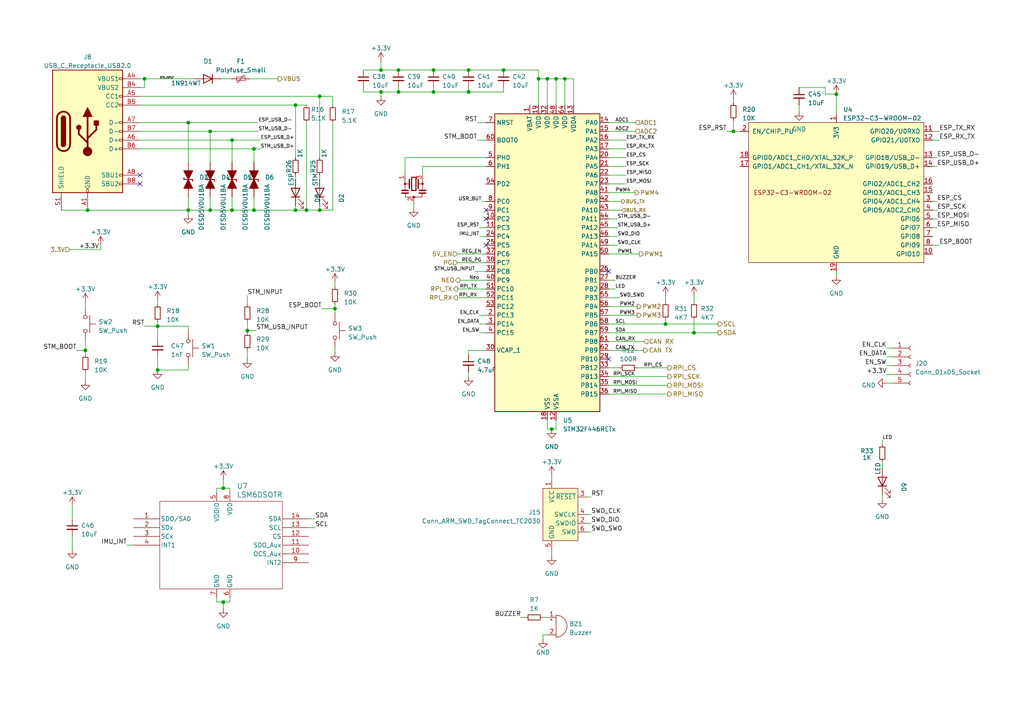
<source format=kicad_sch>
(kicad_sch (version 20230121) (generator eeschema)
  (paper "A4")
  (lib_symbols
    (symbol "Connector:Conn_01x05_Socket" (pin_names (offset 1.016) hide)
      (property "Reference" "J" (at 0 7.62 0))
      (property "Value" "Conn_01x05_Socket" (at 0 -7.62 0))
      (symbol "Conn_01x05_Socket_1_1"
        (pin passive line (at -5.08 5.08 0) (length 3.81) (name "Pin_1") (number "1"))
        (pin passive line (at -5.08 2.54 0) (length 3.81) (name "Pin_2") (number "2"))
        (pin passive line (at -5.08 0 0) (length 3.81) (name "Pin_3") (number "3"))
        (pin passive line (at -5.08 -2.54 0) (length 3.81) (name "Pin_4") (number "4"))
        (pin passive line (at -5.08 -5.08 0) (length 3.81) (name "Pin_5") (number "5"))
      )
    )
    (symbol "Connector:Conn_ARM_SWD_TagConnect_TC2030" (in_bom no)
      (property "Reference" "J" (at 2.54 11.43 0))
      (property "Value" "Conn_ARM_SWD_TagConnect_TC2030" (at 5.08 8.89 0))
      (symbol "Conn_ARM_SWD_TagConnect_TC2030_0_0"
        (pin power_in line (at -2.54 10.16 270) (length 2.54) (name "VCC") (number "1"))
        (pin bidirectional line (at 7.62 -2.54 180) (length 2.54) (name "SWDIO") (number "2"))
        (pin open_collector line (at 7.62 5.08 180) (length 2.54) (name "~{RESET}") (number "3"))
        (pin output line (at 7.62 0 180) (length 2.54) (name "SWCLK") (number "4"))
        (pin power_in line (at -2.54 -10.16 90) (length 2.54) (name "GND") (number "5"))
        (pin input line (at 7.62 -5.08 180) (length 2.54) (name "SWO") (number "6"))
      )
    )
    (symbol "Connector:USB_C_Receptacle_USB2.0" (pin_names (offset 1.016))
      (property "Reference" "J8" (at 0 21.59 0))
      (property "Value" "USB_C_Receptacle_USB2.0" (at 0 19.05 0))
      (symbol "USB_C_Receptacle_USB2.0_1_1"
        (pin passive line (at 0 -22.86 90) (length 5.08) (name "GND") (number "A1"))
        (pin passive line (at 0 -22.86 90) (length 5.08) hide (name "GND") (number "A12"))
        (pin passive line (at 15.24 15.24 180) (length 5.08) (name "VBUS1") (number "A4"))
        (pin bidirectional line (at 15.24 10.16 180) (length 5.08) (name "CC1") (number "A5"))
        (pin bidirectional line (at 15.24 -2.54 180) (length 5.08) (name "D+") (number "A6"))
        (pin bidirectional line (at 15.24 2.54 180) (length 5.08) (name "D-") (number "A7"))
        (pin bidirectional line (at 15.24 -12.7 180) (length 5.08) (name "SBU1") (number "A8"))
        (pin passive line (at 15.24 12.7 180) (length 5.08) hide (name "VBUS2") (number "A9"))
        (pin passive line (at 0 -22.86 90) (length 5.08) hide (name "GND") (number "B1"))
        (pin passive line (at 0 -22.86 90) (length 5.08) hide (name "GND") (number "B12"))
        (pin passive line (at 15.24 12.7 180) (length 5.08) (name "VBUS2") (number "B4"))
        (pin bidirectional line (at 15.24 7.62 180) (length 5.08) (name "CC2") (number "B5"))
        (pin bidirectional line (at 15.24 -5.08 180) (length 5.08) (name "D+") (number "B6"))
        (pin bidirectional line (at 15.24 0 180) (length 5.08) (name "D-") (number "B7"))
        (pin bidirectional line (at 15.24 -15.24 180) (length 5.08) (name "SBU2") (number "B8"))
        (pin passive line (at 15.24 15.24 180) (length 5.08) hide (name "VBUS1") (number "B9"))
        (pin passive line (at -7.62 -22.86 90) (length 5.08) (name "SHIELD") (number "S1"))
      )
    )
    (symbol "Device:Buzzer" (pin_names (offset 0.0254) hide)
      (property "Reference" "BZ" (at 3.81 1.27 0))
      (property "Value" "Buzzer" (at 3.81 -1.27 0))
      (symbol "Buzzer_1_1"
        (pin passive line (at -2.54 2.54 0) (length 2.54) (name "-") (number "1"))
        (pin passive line (at -2.54 -2.54 0) (length 2.54) (name "+") (number "2"))
      )
    )
    (symbol "Device:C_Small" (pin_numbers hide) (pin_names (offset 0.254) hide)
      (property "Reference" "C" (at 0.254 1.778 0))
      (property "Value" "C_Small" (at 0.254 -2.032 0))
      (symbol "C_Small_1_1"
        (pin passive line (at 0 2.54 270) (length 2.032) (name "~") (number "1"))
        (pin passive line (at 0 -2.54 90) (length 2.032) (name "~") (number "2"))
      )
    )
    (symbol "Device:LED" (pin_numbers hide) (pin_names (offset 1.016) hide)
      (property "Reference" "D" (at 0 2.54 0))
      (property "Value" "LED" (at 0 -2.54 0))
      (symbol "LED_1_1"
        (pin passive line (at -3.81 0 0) (length 2.54) (name "K") (number "1"))
        (pin passive line (at 3.81 0 180) (length 2.54) (name "A") (number "2"))
      )
    )
    (symbol "Device:Polyfuse_Small" (pin_numbers hide) (pin_names (offset 0))
      (property "Reference" "F" (at -1.905 0 90))
      (property "Value" "Polyfuse_Small" (at 1.905 0 90))
      (symbol "Polyfuse_Small_1_1"
        (pin passive line (at 0 2.54 270) (length 0.635) (name "~") (number "1"))
        (pin passive line (at 0 -2.54 90) (length 0.635) (name "~") (number "2"))
      )
    )
    (symbol "Device:R_Small" (pin_numbers hide) (pin_names (offset 0.254) hide)
      (property "Reference" "R" (at 0.762 0.508 0))
      (property "Value" "R_Small" (at 0.762 -1.016 0))
      (symbol "R_Small_1_1"
        (pin passive line (at 0 2.54 270) (length 0.762) (name "~") (number "1"))
        (pin passive line (at 0 -2.54 90) (length 0.762) (name "~") (number "2"))
      )
    )
    (symbol "Device:Resonator_Small" (pin_names (offset 1.016) hide)
      (property "Reference" "Y" (at 3.175 1.905 0))
      (property "Value" "Resonator_Small" (at 3.175 0 0))
      (symbol "Resonator_Small_1_1"
        (pin passive line (at -2.54 2.54 270) (length 1.27) (name "1") (number "1"))
        (pin passive line (at 0 -5.08 90) (length 1.27) (name "2") (number "2"))
        (pin passive line (at 2.54 2.54 270) (length 1.27) (name "3") (number "3"))
      )
    )
    (symbol "Diode:1N914WT" (pin_numbers hide) (pin_names hide)
      (property "Reference" "D" (at 0 2.54 0))
      (property "Value" "1N914WT" (at 0 -2.54 0))
      (symbol "1N914WT_1_1"
        (pin passive line (at -3.81 0 0) (length 2.54) (name "K") (number "1"))
        (pin passive line (at 3.81 0 180) (length 2.54) (name "A") (number "2"))
      )
    )
    (symbol "Espressif:ESP32-C3-WROOM-02" (pin_names (offset 1.016))
      (property "Reference" "U" (at -25.4 25.4 0))
      (property "Value" "ESP32-C3-WROOM-02" (at -25.4 22.86 0))
      (symbol "ESP32-C3-WROOM-02_0_0"
        (text "ESP32-C3-WROOM-02" (at -12.7 0 0) (effects (font (size 1.27 1.27))))
      )
      (symbol "ESP32-C3-WROOM-02_1_1"
        (pin power_in line (at 0 22.86 270) (length 2.54) (name "3V3") (number "1"))
        (pin bidirectional line (at 27.94 -17.78 180) (length 2.54) (name "GPIO10") (number "10"))
        (pin bidirectional line (at 27.94 17.78 180) (length 2.54) (name "GPIO20/U0RXD") (number "11"))
        (pin bidirectional line (at 27.94 15.24 180) (length 2.54) (name "GPIO21/U0TXD") (number "12"))
        (pin bidirectional line (at 27.94 10.16 180) (length 2.54) (name "GPIO18/USB_D-") (number "13"))
        (pin bidirectional line (at 27.94 7.62 180) (length 2.54) (name "GPIO19/USB_D+") (number "14"))
        (pin bidirectional line (at 27.94 0 180) (length 2.54) (name "GPIO3/ADC1_CH3") (number "15"))
        (pin bidirectional line (at 27.94 2.54 180) (length 2.54) (name "GPIO2/ADC1_CH2") (number "16"))
        (pin bidirectional line (at -27.94 7.62 0) (length 2.54) (name "GPIO1/ADC1_CH1/XTAL_32K_N") (number "17"))
        (pin bidirectional line (at -27.94 10.16 0) (length 2.54) (name "GPIO0/ADC1_CH0/XTAL_32K_P") (number "18"))
        (pin power_in line (at 0 -22.86 90) (length 2.54) (name "GND") (number "19"))
        (pin input line (at -27.94 17.78 0) (length 2.54) (name "EN/CHIP_PU") (number "2"))
        (pin bidirectional line (at 27.94 -2.54 180) (length 2.54) (name "GPIO4/ADC1_CH4") (number "3"))
        (pin bidirectional line (at 27.94 -5.08 180) (length 2.54) (name "GPIO5/ADC2_CH0") (number "4"))
        (pin bidirectional line (at 27.94 -7.62 180) (length 2.54) (name "GPIO6") (number "5"))
        (pin bidirectional line (at 27.94 -10.16 180) (length 2.54) (name "GPIO7") (number "6"))
        (pin bidirectional line (at 27.94 -12.7 180) (length 2.54) (name "GPIO8") (number "7"))
        (pin bidirectional line (at 27.94 -15.24 180) (length 2.54) (name "GPIO9") (number "8"))
        (pin passive line (at 0 -22.86 90) (length 2.54) hide (name "GND") (number "9"))
      )
    )
    (symbol "LSM6DSO:LSM6DSOTR" (pin_names (offset 0.254))
      (property "Reference" "U" (at 25.4 -6.35 0))
      (property "Value" "LSM6DSOTR" (at 25.4 -10.16 0))
      (symbol "LSM6DSOTR_0_1"
        (pin bidirectional line (at 0 0 0) (length 7.62) (name "SDO/SA0") (number "1"))
        (pin bidirectional line (at 50.8 -10.16 180) (length 7.62) (name "OCS_Aux") (number "10"))
        (pin bidirectional line (at 50.8 -7.62 180) (length 7.62) (name "SDO_Aux") (number "11"))
        (pin input line (at 50.8 -5.08 180) (length 7.62) (name "CS") (number "12"))
        (pin input line (at 50.8 -2.54 180) (length 7.62) (name "SCL") (number "13"))
        (pin bidirectional line (at 50.8 0 180) (length 7.62) (name "SDA") (number "14"))
        (pin bidirectional line (at 0 -2.54 0) (length 7.62) (name "SDx") (number "2"))
        (pin bidirectional line (at 0 -5.08 0) (length 7.62) (name "SCx") (number "3"))
        (pin output line (at 0 -7.62 0) (length 7.62) (name "INT1") (number "4"))
        (pin output line (at 50.8 -12.7 180) (length 7.62) (name "INT2") (number "9"))
      )
      (symbol "LSM6DSOTR_1_1"
        (pin power_in line (at 24.13 7.62 270) (length 2.54) (name "VDDIO") (number "5"))
        (pin power_out line (at 27.94 -22.86 90) (length 2.54) (name "GND") (number "6"))
        (pin power_out line (at 24.13 -22.86 90) (length 2.54) (name "GND") (number "7"))
        (pin power_in line (at 27.94 7.62 270) (length 2.54) (name "VDD") (number "8"))
      )
    )
    (symbol "MCU_ST_STM32F4:STM32F446RETx"
      (property "Reference" "U" (at -15.24 44.45 0))
      (property "Value" "STM32F446RETx" (at 10.16 44.45 0))
      (symbol "STM32F446RETx_1_1"
        (pin power_in line (at -5.08 45.72 270) (length 2.54) (name "VBAT") (number "1"))
        (pin bidirectional line (at -17.78 12.7 0) (length 2.54) (name "PC2") (number "10"))
        (pin bidirectional line (at -17.78 10.16 0) (length 2.54) (name "PC3") (number "11"))
        (pin power_in line (at 2.54 -45.72 90) (length 2.54) (name "VSSA") (number "12"))
        (pin power_in line (at 7.62 45.72 270) (length 2.54) (name "VDDA") (number "13"))
        (pin bidirectional line (at 17.78 40.64 180) (length 2.54) (name "PA0") (number "14"))
        (pin bidirectional line (at 17.78 38.1 180) (length 2.54) (name "PA1") (number "15"))
        (pin bidirectional line (at 17.78 35.56 180) (length 2.54) (name "PA2") (number "16"))
        (pin bidirectional line (at 17.78 33.02 180) (length 2.54) (name "PA3") (number "17"))
        (pin power_in line (at 0 -45.72 90) (length 2.54) (name "VSS") (number "18"))
        (pin power_in line (at -2.54 45.72 270) (length 2.54) (name "VDD") (number "19"))
        (pin bidirectional line (at -17.78 -15.24 0) (length 2.54) (name "PC13") (number "2"))
        (pin bidirectional line (at 17.78 30.48 180) (length 2.54) (name "PA4") (number "20"))
        (pin bidirectional line (at 17.78 27.94 180) (length 2.54) (name "PA5") (number "21"))
        (pin bidirectional line (at 17.78 25.4 180) (length 2.54) (name "PA6") (number "22"))
        (pin bidirectional line (at 17.78 22.86 180) (length 2.54) (name "PA7") (number "23"))
        (pin bidirectional line (at -17.78 7.62 0) (length 2.54) (name "PC4") (number "24"))
        (pin bidirectional line (at -17.78 5.08 0) (length 2.54) (name "PC5") (number "25"))
        (pin bidirectional line (at 17.78 -2.54 180) (length 2.54) (name "PB0") (number "26"))
        (pin bidirectional line (at 17.78 -5.08 180) (length 2.54) (name "PB1") (number "27"))
        (pin bidirectional line (at 17.78 -7.62 180) (length 2.54) (name "PB2") (number "28"))
        (pin bidirectional line (at 17.78 -27.94 180) (length 2.54) (name "PB10") (number "29"))
        (pin bidirectional line (at -17.78 -17.78 0) (length 2.54) (name "PC14") (number "3"))
        (pin power_out line (at -17.78 -25.4 0) (length 2.54) (name "VCAP_1") (number "30"))
        (pin passive line (at 0 -45.72 90) (length 2.54) hide (name "VSS") (number "31"))
        (pin power_in line (at 0 45.72 270) (length 2.54) (name "VDD") (number "32"))
        (pin bidirectional line (at 17.78 -30.48 180) (length 2.54) (name "PB12") (number "33"))
        (pin bidirectional line (at 17.78 -33.02 180) (length 2.54) (name "PB13") (number "34"))
        (pin bidirectional line (at 17.78 -35.56 180) (length 2.54) (name "PB14") (number "35"))
        (pin bidirectional line (at 17.78 -38.1 180) (length 2.54) (name "PB15") (number "36"))
        (pin bidirectional line (at -17.78 2.54 0) (length 2.54) (name "PC6") (number "37"))
        (pin bidirectional line (at -17.78 0 0) (length 2.54) (name "PC7") (number "38"))
        (pin bidirectional line (at -17.78 -2.54 0) (length 2.54) (name "PC8") (number "39"))
        (pin bidirectional line (at -17.78 -20.32 0) (length 2.54) (name "PC15") (number "4"))
        (pin bidirectional line (at -17.78 -5.08 0) (length 2.54) (name "PC9") (number "40"))
        (pin bidirectional line (at 17.78 20.32 180) (length 2.54) (name "PA8") (number "41"))
        (pin bidirectional line (at 17.78 17.78 180) (length 2.54) (name "PA9") (number "42"))
        (pin bidirectional line (at 17.78 15.24 180) (length 2.54) (name "PA10") (number "43"))
        (pin bidirectional line (at 17.78 12.7 180) (length 2.54) (name "PA11") (number "44"))
        (pin bidirectional line (at 17.78 10.16 180) (length 2.54) (name "PA12") (number "45"))
        (pin bidirectional line (at 17.78 7.62 180) (length 2.54) (name "PA13") (number "46"))
        (pin passive line (at 0 -45.72 90) (length 2.54) hide (name "VSS") (number "47"))
        (pin power_in line (at 2.54 45.72 270) (length 2.54) (name "VDD") (number "48"))
        (pin bidirectional line (at 17.78 5.08 180) (length 2.54) (name "PA14") (number "49"))
        (pin bidirectional line (at -17.78 30.48 0) (length 2.54) (name "PH0") (number "5"))
        (pin bidirectional line (at 17.78 2.54 180) (length 2.54) (name "PA15") (number "50"))
        (pin bidirectional line (at -17.78 -7.62 0) (length 2.54) (name "PC10") (number "51"))
        (pin bidirectional line (at -17.78 -10.16 0) (length 2.54) (name "PC11") (number "52"))
        (pin bidirectional line (at -17.78 -12.7 0) (length 2.54) (name "PC12") (number "53"))
        (pin bidirectional line (at -17.78 22.86 0) (length 2.54) (name "PD2") (number "54"))
        (pin bidirectional line (at 17.78 -10.16 180) (length 2.54) (name "PB3") (number "55"))
        (pin bidirectional line (at 17.78 -12.7 180) (length 2.54) (name "PB4") (number "56"))
        (pin bidirectional line (at 17.78 -15.24 180) (length 2.54) (name "PB5") (number "57"))
        (pin bidirectional line (at 17.78 -17.78 180) (length 2.54) (name "PB6") (number "58"))
        (pin bidirectional line (at 17.78 -20.32 180) (length 2.54) (name "PB7") (number "59"))
        (pin bidirectional line (at -17.78 27.94 0) (length 2.54) (name "PH1") (number "6"))
        (pin input line (at -17.78 35.56 0) (length 2.54) (name "BOOT0") (number "60"))
        (pin bidirectional line (at 17.78 -22.86 180) (length 2.54) (name "PB8") (number "61"))
        (pin bidirectional line (at 17.78 -25.4 180) (length 2.54) (name "PB9") (number "62"))
        (pin passive line (at 0 -45.72 90) (length 2.54) hide (name "VSS") (number "63"))
        (pin power_in line (at 5.08 45.72 270) (length 2.54) (name "VDD") (number "64"))
        (pin input line (at -17.78 40.64 0) (length 2.54) (name "NRST") (number "7"))
        (pin bidirectional line (at -17.78 17.78 0) (length 2.54) (name "PC0") (number "8"))
        (pin bidirectional line (at -17.78 15.24 0) (length 2.54) (name "PC1") (number "9"))
      )
    )
    (symbol "PCM_Diode_TVS_AKL:ESD3B5V0WS" (pin_numbers hide) (pin_names (offset 1.016) hide)
      (property "Reference" "D" (at 0 5.08 0))
      (property "Value" "ESD3B5V0WS" (at 0 2.54 0))
      (symbol "ESD3B5V0WS_1_1"
        (pin passive line (at -5.08 0 0) (length 2.54) (name "K") (number "1"))
        (pin passive line (at 5.08 0 180) (length 2.54) (name "A") (number "2"))
      )
    )
    (symbol "Switch:SW_Push" (pin_numbers hide) (pin_names (offset 1.016) hide)
      (property "Reference" "SW" (at 1.27 2.54 0))
      (property "Value" "SW_Push" (at 0 -1.524 0))
      (symbol "SW_Push_0_1"
        (pin passive line (at -5.08 0 0) (length 2.54) (name "1") (number "1"))
        (pin passive line (at 5.08 0 180) (length 2.54) (name "2") (number "2"))
      )
    )
    (symbol "power:+3.3V" (power) (pin_names (offset 0))
      (property "Value" "+3.3V" (at 0 3.556 0))
      (symbol "+3.3V_1_1"
        (pin power_in line (at 0 0 90) (length 0) hide (name "+3.3V") (number "1"))
      )
    )
    (symbol "power:GND" (power) (pin_names (offset 0))
      (property "Value" "GND" (at 0 -3.81 0))
      (symbol "GND_1_1"
        (pin power_in line (at 0 0 270) (length 0) hide (name "GND") (number "1"))
      )
    )
  )
  (junction (at 41.91 22.86))
  (junction (at 201.295 96.52))
  (junction (at 67.31 40.64))
  (junction (at 92.71 60.96))
  (junction (at 115.57 26.67))
  (junction (at 125.73 26.67))
  (junction (at 24.765 101.6))
  (junction (at 88.9 60.96))
  (junction (at 73.66 43.18))
  (junction (at 156.21 22.86))
  (junction (at 110.49 26.67))
  (junction (at 45.72 94.615))
  (junction (at 135.89 20.32))
  (junction (at 54.61 60.96))
  (junction (at 115.57 20.32))
  (junction (at 60.96 60.96))
  (junction (at 60.96 38.1))
  (junction (at 85.725 30.48))
  (junction (at 97.155 89.535))
  (junction (at 163.83 22.86))
  (junction (at 71.755 95.885))
  (junction (at 125.73 20.32))
  (junction (at 64.77 174.625))
  (junction (at 161.29 22.86))
  (junction (at 67.31 60.96))
  (junction (at 242.57 27.305))
  (junction (at 45.72 107.315))
  (junction (at 212.725 38.1))
  (junction (at 135.89 26.67))
  (junction (at 73.66 60.96))
  (junction (at 54.61 35.56))
  (junction (at 85.725 60.96))
  (junction (at 64.77 141.605))
  (junction (at 25.4 60.96))
  (junction (at 92.71 27.94))
  (junction (at 158.75 22.86))
  (junction (at 110.49 20.32))
  (junction (at 193.04 93.98))
  (junction (at 160.02 124.46))
  (junction (at 146.05 20.32))
  (no_connect (at 40.64 53.34))
  (no_connect (at 176.53 104.14))
  (no_connect (at 40.64 50.8))
  (no_connect (at 140.97 63.5))
  (no_connect (at 140.97 60.96))
  (no_connect (at 176.53 78.74))
  (no_connect (at 140.97 71.12))
  (wire (pts (xy 146.05 20.32) (xy 156.21 20.32)))
  (wire (pts (xy 89.535 150.495) (xy 91.44 150.495)))
  (wire (pts (xy 110.49 26.67) (xy 110.49 27.94)))
  (wire (pts (xy 67.31 57.15) (xy 67.31 60.96)))
  (wire (pts (xy 66.675 141.605) (xy 64.77 141.605)))
  (wire (pts (xy 170.18 144.145) (xy 171.45 144.145)))
  (wire (pts (xy 212.725 28.575) (xy 212.725 29.845)))
  (wire (pts (xy 176.53 66.04) (xy 179.07 66.04)))
  (wire (pts (xy 62.865 174.625) (xy 64.77 174.625)))
  (wire (pts (xy 132.715 86.36) (xy 140.97 86.36)))
  (wire (pts (xy 139.065 93.98) (xy 140.97 93.98)))
  (wire (pts (xy 22.225 101.6) (xy 24.765 101.6)))
  (wire (pts (xy 176.53 96.52) (xy 201.295 96.52)))
  (wire (pts (xy 135.89 101.6) (xy 135.89 102.87)))
  (wire (pts (xy 270.51 63.5) (xy 271.78 63.5)))
  (wire (pts (xy 160.02 137.795) (xy 160.02 139.065)))
  (wire (pts (xy 176.53 81.28) (xy 178.435 81.28)))
  (wire (pts (xy 151.13 179.07) (xy 152.4 179.07)))
  (wire (pts (xy 201.295 92.71) (xy 201.295 96.52)))
  (wire (pts (xy 85.725 30.48) (xy 88.9 30.48)))
  (wire (pts (xy 242.57 78.74) (xy 242.57 80.01)))
  (wire (pts (xy 41.91 25.4) (xy 41.91 22.86)))
  (wire (pts (xy 270.51 60.96) (xy 271.78 60.96)))
  (wire (pts (xy 176.53 43.18) (xy 181.61 43.18)))
  (wire (pts (xy 176.53 99.06) (xy 186.69 99.06)))
  (wire (pts (xy 132.715 73.66) (xy 140.97 73.66)))
  (wire (pts (xy 72.39 22.86) (xy 80.645 22.86)))
  (wire (pts (xy 166.37 30.48) (xy 166.37 22.86)))
  (wire (pts (xy 92.71 59.69) (xy 92.71 60.96)))
  (wire (pts (xy 125.73 20.32) (xy 135.89 20.32)))
  (wire (pts (xy 166.37 22.86) (xy 163.83 22.86)))
  (wire (pts (xy 125.73 26.67) (xy 115.57 26.67)))
  (wire (pts (xy 201.295 96.52) (xy 208.28 96.52)))
  (wire (pts (xy 54.61 106.045) (xy 54.61 107.315)))
  (wire (pts (xy 161.29 22.86) (xy 158.75 22.86)))
  (wire (pts (xy 176.53 91.44) (xy 184.785 91.44)))
  (wire (pts (xy 110.49 17.78) (xy 110.49 20.32)))
  (wire (pts (xy 255.905 127.635) (xy 255.905 128.905)))
  (wire (pts (xy 54.61 57.15) (xy 54.61 60.96)))
  (wire (pts (xy 212.725 34.925) (xy 212.725 38.1)))
  (wire (pts (xy 138.43 35.56) (xy 140.97 35.56)))
  (wire (pts (xy 176.53 55.88) (xy 184.15 55.88)))
  (wire (pts (xy 85.725 59.69) (xy 85.725 60.96)))
  (wire (pts (xy 270.51 66.04) (xy 271.78 66.04)))
  (wire (pts (xy 45.72 103.505) (xy 45.72 107.315)))
  (wire (pts (xy 139.7 58.42) (xy 140.97 58.42)))
  (wire (pts (xy 20.955 155.575) (xy 20.955 159.385)))
  (wire (pts (xy 60.96 38.1) (xy 60.96 46.99)))
  (wire (pts (xy 54.61 60.96) (xy 60.96 60.96)))
  (wire (pts (xy 257.175 100.965) (xy 259.08 100.965)))
  (wire (pts (xy 176.53 101.6) (xy 186.69 101.6)))
  (wire (pts (xy 67.31 40.64) (xy 75.565 40.64)))
  (wire (pts (xy 54.61 95.885) (xy 54.61 94.615)))
  (wire (pts (xy 231.775 25.4) (xy 239.395 25.4)))
  (wire (pts (xy 132.715 76.2) (xy 140.97 76.2)))
  (wire (pts (xy 92.71 27.94) (xy 96.52 27.94)))
  (wire (pts (xy 96.52 27.94) (xy 96.52 30.48)))
  (wire (pts (xy 239.395 27.305) (xy 242.57 27.305)))
  (wire (pts (xy 115.57 20.32) (xy 125.73 20.32)))
  (wire (pts (xy 139.065 68.58) (xy 140.97 68.58)))
  (wire (pts (xy 176.53 83.82) (xy 178.435 83.82)))
  (wire (pts (xy 176.53 93.98) (xy 193.04 93.98)))
  (wire (pts (xy 158.75 184.15) (xy 157.48 184.15)))
  (wire (pts (xy 93.345 89.535) (xy 97.155 89.535)))
  (wire (pts (xy 156.21 22.86) (xy 158.75 22.86)))
  (wire (pts (xy 85.725 50.8) (xy 85.725 52.07)))
  (wire (pts (xy 176.53 73.66) (xy 185.42 73.66)))
  (wire (pts (xy 54.61 35.56) (xy 74.93 35.56)))
  (wire (pts (xy 62.865 173.355) (xy 62.865 174.625)))
  (wire (pts (xy 97.155 88.265) (xy 97.155 89.535)))
  (wire (pts (xy 40.64 22.86) (xy 41.91 22.86)))
  (wire (pts (xy 40.64 43.18) (xy 73.66 43.18)))
  (wire (pts (xy 158.75 22.86) (xy 158.75 30.48)))
  (wire (pts (xy 105.41 20.32) (xy 110.49 20.32)))
  (wire (pts (xy 45.72 94.615) (xy 45.72 98.425)))
  (wire (pts (xy 176.53 106.68) (xy 179.705 106.68)))
  (wire (pts (xy 71.755 95.885) (xy 71.755 96.52)))
  (wire (pts (xy 40.64 40.64) (xy 67.31 40.64)))
  (wire (pts (xy 193.04 92.71) (xy 193.04 93.98)))
  (wire (pts (xy 210.82 38.1) (xy 212.725 38.1)))
  (wire (pts (xy 270.51 58.42) (xy 271.78 58.42)))
  (wire (pts (xy 66.675 174.625) (xy 64.77 174.625)))
  (wire (pts (xy 176.53 86.36) (xy 179.705 86.36)))
  (wire (pts (xy 64.77 141.605) (xy 64.77 139.065)))
  (wire (pts (xy 255.905 133.985) (xy 255.905 135.89)))
  (wire (pts (xy 66.675 142.875) (xy 66.675 141.605)))
  (wire (pts (xy 176.53 35.56) (xy 184.15 35.56)))
  (wire (pts (xy 242.57 27.305) (xy 242.57 33.02)))
  (wire (pts (xy 71.755 85.725) (xy 71.755 88.265)))
  (wire (pts (xy 40.64 38.1) (xy 60.96 38.1)))
  (wire (pts (xy 20.32 72.39) (xy 29.21 72.39)))
  (wire (pts (xy 41.91 22.86) (xy 56.515 22.86)))
  (wire (pts (xy 184.785 106.68) (xy 193.675 106.68)))
  (wire (pts (xy 110.49 20.32) (xy 115.57 20.32)))
  (wire (pts (xy 24.765 99.06) (xy 24.765 101.6)))
  (wire (pts (xy 120.015 58.42) (xy 120.015 60.325)))
  (wire (pts (xy 176.53 45.72) (xy 181.61 45.72)))
  (wire (pts (xy 239.395 25.4) (xy 239.395 27.305)))
  (wire (pts (xy 176.53 88.9) (xy 184.785 88.9)))
  (wire (pts (xy 89.535 153.035) (xy 91.44 153.035)))
  (wire (pts (xy 105.41 26.67) (xy 110.49 26.67)))
  (wire (pts (xy 176.53 68.58) (xy 179.07 68.58)))
  (wire (pts (xy 122.555 48.26) (xy 140.97 48.26)))
  (wire (pts (xy 24.765 107.95) (xy 24.765 110.49)))
  (wire (pts (xy 105.41 25.4) (xy 105.41 26.67)))
  (wire (pts (xy 64.77 174.625) (xy 64.77 176.53)))
  (wire (pts (xy 255.905 143.51) (xy 255.905 144.78)))
  (wire (pts (xy 20.955 146.685) (xy 20.955 150.495)))
  (wire (pts (xy 54.61 35.56) (xy 54.61 46.99)))
  (wire (pts (xy 138.43 40.64) (xy 140.97 40.64)))
  (wire (pts (xy 176.53 60.96) (xy 180.34 60.96)))
  (wire (pts (xy 135.89 26.67) (xy 125.73 26.67)))
  (wire (pts (xy 156.21 20.32) (xy 156.21 22.86)))
  (wire (pts (xy 73.66 57.15) (xy 73.66 60.96)))
  (wire (pts (xy 97.155 81.915) (xy 97.155 83.185)))
  (wire (pts (xy 54.61 94.615) (xy 45.72 94.615)))
  (wire (pts (xy 40.64 35.56) (xy 54.61 35.56)))
  (wire (pts (xy 176.53 38.1) (xy 184.15 38.1)))
  (wire (pts (xy 176.53 40.64) (xy 181.61 40.64)))
  (wire (pts (xy 146.05 25.4) (xy 146.05 26.67)))
  (wire (pts (xy 117.475 45.72) (xy 117.475 50.8)))
  (wire (pts (xy 115.57 25.4) (xy 115.57 26.67)))
  (wire (pts (xy 257.175 111.125) (xy 259.08 111.125)))
  (wire (pts (xy 158.75 124.46) (xy 160.02 124.46)))
  (wire (pts (xy 92.71 50.8) (xy 92.71 52.07)))
  (wire (pts (xy 158.75 121.92) (xy 158.75 124.46)))
  (wire (pts (xy 270.51 48.26) (xy 271.78 48.26)))
  (wire (pts (xy 270.51 45.72) (xy 271.78 45.72)))
  (wire (pts (xy 85.725 60.96) (xy 88.9 60.96)))
  (wire (pts (xy 170.18 151.765) (xy 171.45 151.765)))
  (wire (pts (xy 45.72 93.345) (xy 45.72 94.615)))
  (wire (pts (xy 54.61 60.96) (xy 54.61 62.23)))
  (wire (pts (xy 176.53 114.3) (xy 193.675 114.3)))
  (wire (pts (xy 60.96 60.96) (xy 67.31 60.96)))
  (wire (pts (xy 73.66 43.18) (xy 75.565 43.18)))
  (wire (pts (xy 146.05 26.67) (xy 135.89 26.67)))
  (wire (pts (xy 163.83 22.86) (xy 161.29 22.86)))
  (wire (pts (xy 66.675 173.355) (xy 66.675 174.625)))
  (wire (pts (xy 176.53 71.12) (xy 179.07 71.12)))
  (wire (pts (xy 270.51 71.12) (xy 272.415 71.12)))
  (wire (pts (xy 139.065 66.04) (xy 140.97 66.04)))
  (wire (pts (xy 29.21 72.39) (xy 29.21 71.12)))
  (wire (pts (xy 161.29 121.92) (xy 161.29 124.46)))
  (wire (pts (xy 160.02 159.385) (xy 160.02 161.29)))
  (wire (pts (xy 176.53 50.8) (xy 181.61 50.8)))
  (wire (pts (xy 54.61 107.315) (xy 45.72 107.315)))
  (wire (pts (xy 163.83 30.48) (xy 163.83 22.86)))
  (wire (pts (xy 257.175 108.585) (xy 259.08 108.585)))
  (wire (pts (xy 97.155 100.965) (xy 97.155 102.235)))
  (wire (pts (xy 135.89 20.32) (xy 146.05 20.32)))
  (wire (pts (xy 71.755 101.6) (xy 71.755 104.14)))
  (wire (pts (xy 60.96 57.15) (xy 60.96 60.96)))
  (wire (pts (xy 176.53 63.5) (xy 179.07 63.5)))
  (wire (pts (xy 139.065 91.44) (xy 140.97 91.44)))
  (wire (pts (xy 73.66 60.96) (xy 85.725 60.96)))
  (wire (pts (xy 62.865 142.875) (xy 62.865 141.605)))
  (wire (pts (xy 176.53 109.22) (xy 193.675 109.22)))
  (wire (pts (xy 212.725 38.1) (xy 214.63 38.1)))
  (wire (pts (xy 161.29 124.46) (xy 160.02 124.46)))
  (wire (pts (xy 157.48 184.15) (xy 157.48 185.42)))
  (wire (pts (xy 67.31 60.96) (xy 73.66 60.96)))
  (wire (pts (xy 257.175 106.045) (xy 259.08 106.045)))
  (wire (pts (xy 74.295 95.885) (xy 71.755 95.885)))
  (wire (pts (xy 88.9 60.96) (xy 92.71 60.96)))
  (wire (pts (xy 110.49 26.67) (xy 115.57 26.67)))
  (wire (pts (xy 201.295 85.725) (xy 201.295 87.63)))
  (wire (pts (xy 176.53 111.76) (xy 193.675 111.76)))
  (wire (pts (xy 62.865 141.605) (xy 64.77 141.605)))
  (wire (pts (xy 17.78 60.96) (xy 25.4 60.96)))
  (wire (pts (xy 135.89 25.4) (xy 135.89 26.67)))
  (wire (pts (xy 40.64 25.4) (xy 41.91 25.4)))
  (wire (pts (xy 140.97 101.6) (xy 135.89 101.6)))
  (wire (pts (xy 41.91 94.615) (xy 45.72 94.615)))
  (wire (pts (xy 64.135 22.86) (xy 67.31 22.86)))
  (wire (pts (xy 170.18 149.225) (xy 171.45 149.225)))
  (wire (pts (xy 270.51 40.64) (xy 272.415 40.64)))
  (wire (pts (xy 157.48 179.07) (xy 158.75 179.07)))
  (wire (pts (xy 25.4 60.96) (xy 54.61 60.96)))
  (wire (pts (xy 270.51 38.1) (xy 272.415 38.1)))
  (wire (pts (xy 156.21 30.48) (xy 156.21 22.86)))
  (wire (pts (xy 139.065 96.52) (xy 140.97 96.52)))
  (wire (pts (xy 96.52 35.56) (xy 96.52 60.96)))
  (wire (pts (xy 176.53 53.34) (xy 181.61 53.34)))
  (wire (pts (xy 132.715 83.82) (xy 140.97 83.82)))
  (wire (pts (xy 85.725 30.48) (xy 85.725 45.72)))
  (wire (pts (xy 40.64 30.48) (xy 85.725 30.48)))
  (wire (pts (xy 257.175 103.505) (xy 259.08 103.505)))
  (wire (pts (xy 92.71 60.96) (xy 96.52 60.96)))
  (wire (pts (xy 45.72 86.995) (xy 45.72 88.265)))
  (wire (pts (xy 36.83 158.115) (xy 38.735 158.115)))
  (wire (pts (xy 140.97 45.72) (xy 117.475 45.72)))
  (wire (pts (xy 24.765 87.63) (xy 24.765 88.9)))
  (wire (pts (xy 73.66 43.18) (xy 73.66 46.99)))
  (wire (pts (xy 137.795 78.74) (xy 140.97 78.74)))
  (wire (pts (xy 193.04 85.725) (xy 193.04 87.63)))
  (wire (pts (xy 40.64 27.94) (xy 92.71 27.94)))
  (wire (pts (xy 67.31 40.64) (xy 67.31 46.99)))
  (wire (pts (xy 133.35 81.28) (xy 140.97 81.28)))
  (wire (pts (xy 231.775 30.48) (xy 231.775 32.385)))
  (wire (pts (xy 176.53 48.26) (xy 181.61 48.26)))
  (wire (pts (xy 176.53 58.42) (xy 180.34 58.42)))
  (wire (pts (xy 161.29 30.48) (xy 161.29 22.86)))
  (wire (pts (xy 193.04 93.98) (xy 208.28 93.98)))
  (wire (pts (xy 88.9 35.56) (xy 88.9 60.96)))
  (wire (pts (xy 170.18 154.305) (xy 171.45 154.305)))
  (wire (pts (xy 122.555 50.8) (xy 122.555 48.26)))
  (wire (pts (xy 135.89 107.95) (xy 135.89 109.22)))
  (wire (pts (xy 71.755 93.345) (xy 71.755 95.885)))
  (wire (pts (xy 92.71 45.72) (xy 92.71 27.94)))
  (wire (pts (xy 60.96 38.1) (xy 74.93 38.1)))
  (wire (pts (xy 97.155 89.535) (xy 97.155 90.805)))
  (wire (pts (xy 24.765 101.6) (xy 24.765 102.87)))
  (wire (pts (xy 125.73 25.4) (xy 125.73 26.67)))
  (label "RPI_TX" (at 138.43 83.82 180) (effects (font (size 1 1))))
  (label "STM_INPUT" (at 46.355 22.86 0) (effects (font (size 0.5 0.5))))
  (label "CAN_RX" (at 178.435 99.06 0) (effects (font (size 1 1))))
  (label "RPI_SCK" (at 177.8 109.22 0) (effects (font (size 1 1))))
  (label "RPI_RX" (at 138.43 86.36 180) (effects (font (size 1 1))))
  (label "+3.3V" (at 22.86 72.39 0))
  (label "Neo" (at 139.065 81.28 180) (effects (font (size 1 1))))
  (label "SWD_DIO" (at 179.07 68.58 0) (effects (font (size 1 1))))
  (label "SWD_SWO" (at 179.705 86.36 0) (effects (font (size 1 1))))
  (label "STM_INPUT" (at 71.755 85.725 0))
  (label "ESP_TX_RX" (at 272.415 38.1 0))
  (label "RPI_CS" (at 186.69 106.68 0) (effects (font (size 1 1))))
  (label "SWD_CLK" (at 179.07 71.12 0) (effects (font (size 1 1))))
  (label "ESP_MOSI" (at 271.78 63.5 0))
  (label "RPI_MISO" (at 177.8 114.3 0) (effects (font (size 1 1))))
  (label "EN_SW" (at 257.175 106.045 180))
  (label "STM_USB_D-" (at 74.93 38.1 0) (effects (font (size 1 1))))
  (label "RPI_MOSI" (at 177.8 111.76 0) (effects (font (size 1 1))))
  (label "PWM4" (at 178.435 55.88 0) (effects (font (size 1 1))))
  (label "ESP_MISO" (at 181.61 50.8 0) (effects (font (size 1 1))))
  (label "STM_USB_INPUT" (at 74.295 95.885 0))
  (label "ESP_BOOT" (at 93.345 89.535 180))
  (label "SWD_CLK" (at 171.45 149.225 0))
  (label "IMU_INT" (at 36.83 158.115 180))
  (label "STM_USB_D-" (at 179.07 63.5 0) (effects (font (size 1 1))))
  (label "ESP_TX_RX" (at 181.61 40.64 0) (effects (font (size 1 1))))
  (label "SCL" (at 178.435 93.98 0) (effects (font (size 1 1))))
  (label "EN_SW" (at 139.065 96.52 180) (effects (font (size 1 1))))
  (label "PWM2" (at 179.705 88.9 0) (effects (font (size 1 1))))
  (label "ESP_RST" (at 139.065 66.04 180) (effects (font (size 1 1))))
  (label "LED" (at 255.905 127.635 0) (effects (font (size 1 1))))
  (label "ESP_RST" (at 210.82 38.1 180))
  (label "ESP_SCK" (at 181.61 48.26 0) (effects (font (size 1 1))))
  (label "PWM3" (at 179.705 91.44 0) (effects (font (size 1 1))))
  (label "ADC1" (at 178.435 35.56 0) (effects (font (size 1 1))))
  (label "BUZZER" (at 151.13 179.07 180))
  (label "ESP_USB_D+" (at 75.565 40.64 0) (effects (font (size 1 1))))
  (label "SDA" (at 91.44 150.495 0))
  (label "SDA" (at 178.435 96.52 0) (effects (font (size 1 1))))
  (label "ESP_BOOT" (at 272.415 71.12 0))
  (label "ESP_RX_TX" (at 272.415 40.64 0))
  (label "RST" (at 138.43 35.56 180))
  (label "ESP_USB_D-" (at 74.93 35.56 0) (effects (font (size 1 1))))
  (label "RST" (at 171.45 144.145 0))
  (label "ESP_CS" (at 271.78 58.42 0))
  (label "EN_DATA" (at 139.065 93.98 180) (effects (font (size 1 1))))
  (label "CAN_TX" (at 178.435 101.6 0) (effects (font (size 1 1))))
  (label "ESP_RX_TX" (at 181.61 43.18 0) (effects (font (size 1 1))))
  (label "SWD_SWO" (at 171.45 154.305 0))
  (label "SCL" (at 91.44 153.035 0))
  (label "ESP_MISO" (at 271.78 66.04 0))
  (label "ESP_SCK" (at 271.78 60.96 0))
  (label "STM_USB_D+" (at 179.07 66.04 0) (effects (font (size 1 1))))
  (label "EN_DATA" (at 257.175 103.505 180))
  (label "LED" (at 178.435 83.82 0) (effects (font (size 1 1))))
  (label "IMU_INT" (at 139.065 68.58 180) (effects (font (size 1 1))))
  (label "SWD_DIO" (at 171.45 151.765 0))
  (label "+3.3V" (at 257.175 108.585 180))
  (label "REG_EN" (at 139.7 73.66 180) (effects (font (size 1 1))))
  (label "STM_USB_D+" (at 75.565 43.18 0) (effects (font (size 1 1))))
  (label "RST" (at 41.91 94.615 180))
  (label "PWM1" (at 179.07 73.66 0) (effects (font (size 1 1))))
  (label "STM_BOOT" (at 22.225 101.6 180))
  (label "ESP_USB_D-" (at 271.78 45.72 0))
  (label "STM_BOOT" (at 138.43 40.64 180))
  (label "ESP_CS" (at 181.61 45.72 0) (effects (font (size 1 1))))
  (label "STM_USB_INPUT" (at 137.795 78.74 180) (effects (font (size 1 1))))
  (label "ESP_MOSI" (at 181.61 53.34 0) (effects (font (size 1 1))))
  (label "BUZZER" (at 178.435 81.28 0) (effects (font (size 1 1))))
  (label "USR_BUT" (at 139.7 58.42 180) (effects (font (size 1 1))))
  (label "EN_CLK" (at 257.175 100.965 180))
  (label "REG_PG" (at 139.7 76.2 180) (effects (font (size 1 1))))
  (label "ADC2" (at 178.435 38.1 0) (effects (font (size 1 1))))
  (label "EN_CLK" (at 139.065 91.44 180) (effects (font (size 1 1))))
  (label "ESP_USB_D+" (at 271.78 48.26 0))
  (hierarchical_label "BUS_TX" (shape output) (at 180.34 58.42 0) (effects (font (size 1 1))))
  (hierarchical_label "SDA" (shape output) (at 208.28 96.52 0))
  (hierarchical_label "3.3V" (shape input) (at 20.32 72.39 180))
  (hierarchical_label "SCL" (shape output) (at 208.28 93.98 0))
  (hierarchical_label "ADC1" (shape input) (at 184.15 35.56 0))
  (hierarchical_label "CAN TX" (shape output) (at 186.69 101.6 0))
  (hierarchical_label "RPI_RX" (shape output) (at 132.715 86.36 180))
  (hierarchical_label "ADC2" (shape input) (at 184.15 38.1 0))
  (hierarchical_label "PWM4" (shape output) (at 184.15 55.88 0))
  (hierarchical_label "CAN RX" (shape input) (at 186.69 99.06 0))
  (hierarchical_label "RPI_MOSI" (shape output) (at 193.675 111.76 0))
  (hierarchical_label "PWM1" (shape output) (at 185.42 73.66 0))
  (hierarchical_label "VBUS" (shape output) (at 80.645 22.86 0))
  (hierarchical_label "PG" (shape input) (at 132.715 76.2 180))
  (hierarchical_label "RPI_TX" (shape output) (at 132.715 83.82 180))
  (hierarchical_label "RPI_MISO" (shape output) (at 193.675 114.3 0))
  (hierarchical_label "BUS_RX" (shape input) (at 180.34 60.96 0) (effects (font (size 1 1))))
  (hierarchical_label "RPI_SCK" (shape output) (at 193.675 109.22 0))
  (hierarchical_label "5V_EN" (shape input) (at 132.715 73.66 180))
  (hierarchical_label "NEO" (shape output) (at 133.35 81.28 180))
  (hierarchical_label "RPI_CS" (shape output) (at 193.675 106.68 0))
  (hierarchical_label "PWM2" (shape output) (at 184.785 88.9 0))
  (hierarchical_label "PWM3" (shape output) (at 184.785 91.44 0))
  (symbol (lib_id "power:+3.3V") (at 97.155 81.915 0) (unit 1)
    (property "Reference" "#PWR054" (effects hide))
    (property "Value" "+3.3V" (at 97.155 78.105 0))
  )
  (symbol (lib_id "power:GND") (at 110.49 27.94 0) (unit 1)
    (property "Reference" "#PWR025" (effects hide))
    (property "Value" "GND" (at 110.49 33.02 0))
  )
  (symbol (lib_id "Device:R_Small") (at 212.725 32.385 0) (unit 1)
    (property "Reference" "R20" (at 215.265 31.75 0) (effects (justify left)))
    (property "Value" "10K" (at 215.265 34.29 0) (effects (justify left)))
    (property "Footprint" "Resistor_SMD:R_0603_1608Metric" (effects hide))
  )
  (symbol (lib_id "power:GND") (at 64.77 176.53 0) (unit 1)
    (property "Reference" "#PWR034" (effects hide))
    (property "Value" "GND" (at 64.77 181.61 0))
  )
  (symbol (lib_id "Device:C_Small") (at 135.89 105.41 0) (unit 1)
    (property "Reference" "C48" (at 138.43 104.7813 0) (effects (justify left)))
    (property "Value" "4.7uF" (at 138.43 107.3213 0) (effects (justify left)))
    (property "Footprint" "Capacitor_SMD:C_0603_1608Metric" (effects hide))
  )
  (symbol (lib_id "Device:C_Small") (at 125.73 22.86 0) (unit 1)
    (property "Reference" "C40" (at 128.27 22.2313 0) (effects (justify left)))
    (property "Value" "10uF" (at 128.27 24.7713 0) (effects (justify left)))
    (property "Footprint" "Capacitor_SMD:C_0603_1608Metric" (effects hide))
  )
  (symbol (lib_id "Device:Polyfuse_Small") (at 69.85 22.86 90) (unit 1)
    (property "Reference" "F1" (at 69.85 17.78 90))
    (property "Value" "Polyfuse_Small" (at 69.85 20.32 90))
    (property "Footprint" "Fuse:Fuse_1206_3216Metric" (effects hide))
  )
  (symbol (lib_id "Device:C_Small") (at 45.72 100.965 0) (unit 1)
    (property "Reference" "C47" (at 49.53 100.3363 0) (effects (justify left)))
    (property "Value" "1nF" (at 49.53 102.8763 0) (effects (justify left)))
    (property "Footprint" "Capacitor_SMD:C_0603_1608Metric" (effects hide))
  )
  (symbol (lib_id "Device:C_Small") (at 231.775 27.94 0) (unit 1)
    (property "Reference" "C45" (at 234.315 27.3113 0) (effects (justify left)))
    (property "Value" "10uF" (at 234.315 29.8513 0) (effects (justify left)))
    (property "Footprint" "Capacitor_SMD:C_0603_1608Metric" (effects hide))
  )
  (symbol (lib_id "power:GND") (at 257.175 111.125 270) (unit 1)
    (property "Reference" "#PWR060" (effects hide))
    (property "Value" "GND" (at 254 111.76 90) (effects (justify right)))
  )
  (symbol (lib_id "power:+3.3V") (at 110.49 17.78 0) (unit 1)
    (property "Reference" "#PWR024" (effects hide))
    (property "Value" "+3.3V" (at 110.49 13.97 0))
  )
  (symbol (lib_id "power:+3.3V") (at 201.295 85.725 0) (unit 1)
    (property "Reference" "#PWR058" (effects hide))
    (property "Value" "+3.3V" (at 201.295 81.915 0))
  )
  (symbol (lib_id "power:GND") (at 20.955 159.385 0) (unit 1)
    (property "Reference" "#PWR039" (effects hide))
    (property "Value" "GND" (at 20.955 164.465 0))
  )
  (symbol (lib_id "power:GND") (at 24.765 110.49 0) (unit 1)
    (property "Reference" "#PWR053" (effects hide))
    (property "Value" "GND" (at 24.765 115.57 0))
  )
  (symbol (lib_id "Device:Resonator_Small") (at 120.015 53.34 0) (unit 1)
    (property "Reference" "Y1" (effects hide))
    (property "Value" "Resonator_Small" (effects hide))
    (property "Footprint" "Crystal:Resonator_SMD_Murata_CSTxExxV-3Pin_3.0x1.1mm" (effects hide))
  )
  (symbol (lib_id "power:GND") (at 120.015 60.325 0) (unit 1)
    (property "Reference" "#PWR026" (effects hide))
    (property "Value" "GND" (at 120.015 65.405 0))
  )
  (symbol (lib_id "power:GND") (at 242.57 80.01 0) (unit 1)
    (property "Reference" "#PWR030" (effects hide))
    (property "Value" "GND" (at 242.57 85.09 0))
  )
  (symbol (lib_id "power:+3.3V") (at 29.21 71.12 0) (unit 1)
    (property "Reference" "#PWR045" (effects hide))
    (property "Value" "+3.3V" (at 29.21 67.31 0))
  )
  (symbol (lib_id "power:+3.3V") (at 45.72 86.995 0) (unit 1)
    (property "Reference" "#PWR050" (effects hide))
    (property "Value" "+3.3V" (at 45.72 83.185 0))
  )
  (symbol (lib_id "Connector:USB_C_Receptacle_USB2.0") (at 25.4 38.1 0) (unit 1)
    (property "Reference" "J8" (at 25.4 16.51 0))
    (property "Value" "USB_C_Receptacle_USB2.0" (at 25.4 19.05 0))
    (property "Footprint" "Connector_USB:USB_C_Receptacle_GCT_USB4105-xx-A_16P_TopMnt_Horizontal" (effects hide))
    (property "Datasheet" "https://www.usb.org/sites/default/files/documents/usb_type-c.zip" (effects hide))
  )
  (symbol (lib_id "Connector:Conn_ARM_SWD_TagConnect_TC2030") (at 162.56 149.225 0) (unit 1) (in_bom no)
    (property "Reference" "J15" (at 156.845 148.59 0) (effects (justify right)))
    (property "Value" "Conn_ARM_SWD_TagConnect_TC2030" (at 156.845 151.13 0) (effects (justify right)))
    (property "Footprint" "Connector:Tag-Connect_TC2030-IDC-FP_2x03_P1.27mm_Vertical" (effects hide))
    (property "Datasheet" "https://www.tag-connect.com/wp-content/uploads/bsk-pdf-manager/TC2030-CTX_1.pdf" (effects hide))
  )
  (symbol (lib_id "PCM_Diode_TVS_AKL:ESD3B5V0WS") (at 54.61 52.07 90) (unit 1)
    (property "Reference" "D3" (at 57.785 51.435 90) (effects (justify right)))
    (property "Value" "DESD5V0U1BA" (at 58.42 53.34 0) (effects (justify right)))
    (property "Footprint" "PCM_Diode_SMD_Handsoldering_AKL:D_SOD-323_TVS" (effects hide))
    (property "Datasheet" "https://www.diodes.com/assets/Datasheets/DESD5V0U1BA.pdf" (effects hide))
  )
  (symbol (lib_id "Device:R_Small") (at 154.94 179.07 90) (unit 1)
    (property "Reference" "R7" (at 154.94 173.99 90))
    (property "Value" "1K" (at 154.94 176.53 90))
    (property "Footprint" "Resistor_SMD:R_0603_1608Metric" (effects hide))
    (instances (project "Arduino Connect Robot Board V2" (path "" (reference "R7") (unit 1))) (project "STM32 Hexapod Controller" (path "" (reference "R?") (unit 1)) (path "" (reference "R21") (unit 1))))
  )
  (symbol (lib_id "Device:R_Small") (at 201.295 90.17 0) (unit 1)
    (property "Reference" "R32" (at 203.2 89.535 0) (effects (justify left)))
    (property "Value" "4K7" (at 203.2 92.075 0) (effects (justify left)))
    (property "Footprint" "Resistor_SMD:R_0603_1608Metric" (effects hide))
  )
  (symbol (lib_id "Device:R_Small") (at 92.71 48.26 180) (unit 1)
    (property "Reference" "R25" (at 90.805 48.26 90))
    (property "Value" "1K" (at 93.98 44.45 90))
    (property "Footprint" "Resistor_SMD:R_0603_1608Metric" (effects hide))
  )
  (symbol (lib_id "Device:C_Small") (at 146.05 22.86 0) (unit 1)
    (property "Reference" "C42" (at 148.59 22.2313 0) (effects (justify left)))
    (property "Value" "10uF" (at 148.59 24.7713 0) (effects (justify left)))
    (property "Footprint" "Capacitor_SMD:C_0603_1608Metric" (effects hide))
  )
  (symbol (lib_id "Device:R_Small") (at 45.72 90.805 0) (unit 1)
    (property "Reference" "R18" (at 48.26 90.17 0) (effects (justify left)))
    (property "Value" "10K" (at 48.26 92.71 0) (effects (justify left)))
    (property "Footprint" "Resistor_SMD:R_0603_1608Metric" (effects hide))
  )
  (symbol (lib_id "Device:Buzzer") (at 161.29 181.61 0) (unit 1)
    (property "Reference" "BZ1" (at 165.1 180.975 0) (effects (justify left)))
    (property "Value" "Buzzer" (at 165.1 183.515 0) (effects (justify left)))
    (property "Footprint" "Buzzer_Beeper:MagneticBuzzer_Kobitone_254-EMB84Q-RO" (effects hide))
    (instances (project "Arduino Connect Robot Board V2" (path "" (reference "BZ1") (unit 1))) (project "STM32 Hexapod Controller" (path "" (reference "BZ?") (unit 1)) (path "" (reference "BZ1") (unit 1))))
  )
  (symbol (lib_id "power:+3.3V") (at 160.02 137.795 0) (unit 1)
    (property "Reference" "#PWR011" (effects hide))
    (property "Value" "+3.3V" (at 160.02 133.985 0))
  )
  (symbol (lib_id "Device:R_Small") (at 182.245 106.68 90) (unit 1)
    (property "Reference" "R12" (at 182.245 101.6 90))
    (property "Value" "100R" (at 182.245 104.14 90))
    (property "Footprint" "Resistor_SMD:R_0603_1608Metric" (effects hide))
  )
  (symbol (lib_id "power:+3.3V") (at 193.04 85.725 0) (unit 1)
    (property "Reference" "#PWR057" (effects hide))
    (property "Value" "+3.3V" (at 193.04 81.915 0))
  )
  (symbol (lib_id "power:GND") (at 135.89 109.22 0) (unit 1)
    (property "Reference" "#PWR027" (effects hide))
    (property "Value" "GND" (at 135.89 114.3 0))
  )
  (symbol (lib_id "PCM_Diode_TVS_AKL:ESD3B5V0WS") (at 73.66 52.07 90) (unit 1)
    (property "Reference" "D6" (at 76.835 51.435 90) (effects (justify right)))
    (property "Value" "DESD5V0U1BA" (at 77.47 53.34 0) (effects (justify right)))
    (property "Footprint" "PCM_Diode_SMD_Handsoldering_AKL:D_SOD-323_TVS" (effects hide))
    (property "Datasheet" "https://www.diodes.com/assets/Datasheets/DESD5V0U1BA.pdf" (effects hide))
  )
  (symbol (lib_id "power:GND") (at 160.02 124.46 0) (unit 1)
    (property "Reference" "#PWR047" (effects hide))
    (property "Value" "GND" (at 160.02 129.54 0))
  )
  (symbol (lib_id "Device:LED") (at 92.71 55.88 90) (unit 1)
    (property "Reference" "D2" (at 99.06 57.4675 0))
    (property "Value" "STM" (at 91.44 52.07 0))
    (property "Footprint" "LED_SMD:LED_0603_1608Metric" (effects hide))
  )
  (symbol (lib_id "Device:R_Small") (at 193.04 90.17 0) (unit 1)
    (property "Reference" "R31" (at 195.58 89.535 0) (effects (justify left)))
    (property "Value" "4K7" (at 195.58 92.075 0) (effects (justify left)))
    (property "Footprint" "Resistor_SMD:R_0603_1608Metric" (effects hide))
  )
  (symbol (lib_id "Switch:SW_Push") (at 54.61 100.965 270) (unit 1)
    (property "Reference" "SW1" (at 58.42 100.33 90) (effects (justify left)))
    (property "Value" "SW_Push" (at 58.42 102.87 90) (effects (justify left)))
    (property "Footprint" "Button_Switch_SMD:SW_Push_1P1T_NO_CK_KMR2" (effects hide))
  )
  (symbol (lib_id "Device:C_Small") (at 135.89 22.86 0) (unit 1)
    (property "Reference" "C41" (at 138.43 22.2313 0) (effects (justify left)))
    (property "Value" "10uF" (at 138.43 24.7713 0) (effects (justify left)))
    (property "Footprint" "Capacitor_SMD:C_0603_1608Metric" (effects hide))
  )
  (symbol (lib_id "Switch:SW_Push") (at 97.155 95.885 270) (unit 1)
    (property "Reference" "SW3" (at 100.965 95.25 90) (effects (justify left)))
    (property "Value" "SW_Push" (at 100.965 97.79 90) (effects (justify left)))
    (property "Footprint" "Button_Switch_SMD:SW_SPST_EVQP7C" (effects hide))
  )
  (symbol (lib_id "Espressif:ESP32-C3-WROOM-02") (at 242.57 55.88 0) (unit 1)
    (property "Reference" "U4" (at 244.5259 31.75 0) (effects (justify left)))
    (property "Value" "ESP32-C3-WROOM-02" (at 244.5259 34.29 0) (effects (justify left)))
    (property "Footprint" "Espressif:ESP32-C3-WROOM-02" (effects hide))
    (property "Datasheet" "https://www.espressif.com/sites/default/files/documentation/esp32-c3-wroom-02_datasheet_en.pdf" (effects hide))
  )
  (symbol (lib_id "Device:R_Small") (at 97.155 85.725 0) (unit 1)
    (property "Reference" "R30" (at 99.695 85.09 0) (effects (justify left)))
    (property "Value" "10K" (at 99.695 87.63 0) (effects (justify left)))
    (property "Footprint" "Resistor_SMD:R_0603_1608Metric" (effects hide))
  )
  (symbol (lib_id "power:+3.3V") (at 24.765 87.63 0) (unit 1)
    (property "Reference" "#PWR052" (effects hide))
    (property "Value" "+3.3V" (at 24.765 83.82 0))
  )
  (symbol (lib_id "Device:LED") (at 85.725 55.88 90) (unit 1)
    (property "Reference" "D8" (at 92.075 57.4675 0))
    (property "Value" "ESP" (at 84.455 52.07 0))
    (property "Footprint" "LED_SMD:LED_0603_1608Metric" (effects hide))
  )
  (symbol (lib_id "Device:R_Small") (at 88.9 33.02 0) (unit 1)
    (property "Reference" "R16" (at 90.17 31.75 0) (effects (justify left)))
    (property "Value" "5.1K" (at 90.17 34.29 0) (effects (justify left)))
    (property "Footprint" "Resistor_SMD:R_0603_1608Metric" (effects hide))
  )
  (symbol (lib_id "power:+3.3V") (at 20.955 146.685 0) (unit 1)
    (property "Reference" "#PWR036" (effects hide))
    (property "Value" "+3.3V" (at 20.955 142.875 0))
  )
  (symbol (lib_id "power:GND") (at 45.72 107.315 0) (unit 1)
    (property "Reference" "#PWR051" (effects hide))
    (property "Value" "GND" (at 45.72 112.395 0))
  )
  (symbol (lib_id "Device:C_Small") (at 115.57 22.86 0) (unit 1)
    (property "Reference" "C39" (at 118.11 22.2313 0) (effects (justify left)))
    (property "Value" "10uF" (at 118.11 24.7713 0) (effects (justify left)))
    (property "Footprint" "Capacitor_SMD:C_0603_1608Metric" (effects hide))
  )
  (symbol (lib_id "power:+3.3V") (at 212.725 28.575 0) (unit 1)
    (property "Reference" "#PWR023" (effects hide))
    (property "Value" "+3.3V" (at 212.725 24.765 0))
  )
  (symbol (lib_id "power:GND") (at 160.02 161.29 0) (unit 1)
    (property "Reference" "#PWR012" (effects hide))
    (property "Value" "GND" (at 160.02 166.37 0))
  )
  (symbol (lib_id "power:+3.3V") (at 242.57 27.305 0) (unit 1)
    (property "Reference" "#PWR029" (effects hide))
    (property "Value" "+3.3V" (at 242.57 23.495 0))
  )
  (symbol (lib_id "power:GND") (at 255.905 144.78 0) (unit 1)
    (property "Reference" "#PWR062" (effects hide))
    (property "Value" "GND" (at 255.905 149.86 0))
  )
  (symbol (lib_id "Switch:SW_Push") (at 24.765 93.98 270) (unit 1)
    (property "Reference" "SW2" (at 28.575 93.345 90) (effects (justify left)))
    (property "Value" "SW_Push" (at 28.575 95.885 90) (effects (justify left)))
    (property "Footprint" "Button_Switch_SMD:SW_Push_1P1T_NO_CK_KMR2" (effects hide))
  )
  (symbol (lib_id "power:GND") (at 97.155 102.235 0) (unit 1)
    (property "Reference" "#PWR055" (effects hide))
    (property "Value" "GND" (at 97.155 107.315 0))
  )
  (symbol (lib_id "power:+3.3V") (at 64.77 139.065 0) (unit 1)
    (property "Reference" "#PWR033" (effects hide))
    (property "Value" "+3.3V" (at 64.77 135.255 0))
  )
  (symbol (lib_id "Device:R_Small") (at 71.755 99.06 0) (unit 1)
    (property "Reference" "R29" (at 74.295 98.425 0) (effects (justify left)))
    (property "Value" "10K" (at 74.295 100.965 0) (effects (justify left)))
    (property "Footprint" "Resistor_SMD:R_0603_1608Metric" (effects hide))
  )
  (symbol (lib_id "power:GND") (at 71.755 104.14 0) (unit 1)
    (property "Reference" "#PWR048" (effects hide))
    (property "Value" "GND" (at 71.755 109.22 0))
  )
  (symbol (lib_id "Device:C_Small") (at 20.955 153.035 0) (unit 1)
    (property "Reference" "C46" (at 23.495 152.4063 0) (effects (justify left)))
    (property "Value" "10uF" (at 23.495 154.9463 0) (effects (justify left)))
    (property "Footprint" "Capacitor_SMD:C_0603_1608Metric" (effects hide))
  )
  (symbol (lib_id "MCU_ST_STM32F4:STM32F446RETx") (at 158.75 76.2 0) (unit 1)
    (property "Reference" "U5" (at 163.2459 121.92 0) (effects (justify left)))
    (property "Value" "STM32F446RETx" (at 163.2459 124.46 0) (effects (justify left)))
    (property "Footprint" "Package_QFP:LQFP-64_10x10mm_P0.5mm" (effects hide))
    (property "Datasheet" "https://www.st.com/resource/en/datasheet/stm32f446re.pdf" (effects hide))
  )
  (symbol (lib_id "LSM6DSO:LSM6DSOTR") (at 38.735 150.495 0) (unit 1)
    (property "Reference" "U7" (at 68.6309 140.97 0) (effects (font (size 1.524 1.524)) (justify left)))
    (property "Value" "LSM6DSOTR" (at 68.6309 143.51 0) (effects (font (size 1.524 1.524)) (justify left)))
    (property "Footprint" "LSM6DSO:LGA-14L_2P5X3X0P86_STM" (effects hide))
    (property "Datasheet" "LSM6DSOTR" (effects hide))
  )
  (symbol (lib_id "PCM_Diode_TVS_AKL:ESD3B5V0WS") (at 67.31 52.07 90) (unit 1)
    (property "Reference" "D5" (at 70.485 51.435 90) (effects (justify right)))
    (property "Value" "DESD5V0U1BA" (at 71.12 53.34 0) (effects (justify right)))
    (property "Footprint" "PCM_Diode_SMD_Handsoldering_AKL:D_SOD-323_TVS" (effects hide))
    (property "Datasheet" "https://www.diodes.com/assets/Datasheets/DESD5V0U1BA.pdf" (effects hide))
  )
  (symbol (lib_id "Device:R_Small") (at 24.765 105.41 0) (unit 1)
    (property "Reference" "R19" (at 27.305 104.775 0) (effects (justify left)))
    (property "Value" "10K" (at 27.305 107.315 0) (effects (justify left)))
    (property "Footprint" "Resistor_SMD:R_0603_1608Metric" (effects hide))
  )
  (symbol (lib_id "PCM_Diode_TVS_AKL:ESD3B5V0WS") (at 60.96 52.07 90) (unit 1)
    (property "Reference" "D4" (at 64.135 51.435 90) (effects (justify right)))
    (property "Value" "DESD5V0U1BA" (at 64.77 53.34 0) (effects (justify right)))
    (property "Footprint" "PCM_Diode_SMD_Handsoldering_AKL:D_SOD-323_TVS" (effects hide))
    (property "Datasheet" "https://www.diodes.com/assets/Datasheets/DESD5V0U1BA.pdf" (effects hide))
  )
  (symbol (lib_id "Connector:Conn_01x05_Socket") (at 264.16 106.045 0) (unit 1)
    (property "Reference" "J20" (at 265.43 105.41 0) (effects (justify left)))
    (property "Value" "Conn_01x05_Socket" (at 265.43 107.95 0) (effects (justify left)))
    (property "Footprint" "Connector_PinSocket_2.54mm:PinSocket_1x05_P2.54mm_Horizontal" (effects hide))
  )
  (symbol (lib_id "Device:R_Small") (at 96.52 33.02 0) (unit 1)
    (property "Reference" "R17" (at 99.06 32.385 0) (effects (justify left)))
    (property "Value" "5.1K" (at 99.06 34.925 0) (effects (justify left)))
    (property "Footprint" "Resistor_SMD:R_0603_1608Metric" (effects hide))
  )
  (symbol (lib_id "Diode:1N914WT") (at 60.325 22.86 180) (unit 1)
    (property "Reference" "D1" (at 60.325 17.78 0))
    (property "Value" "1N914WT" (at 53.975 24.13 0))
    (property "Footprint" "Diode_SMD:D_SOD-123" (effects hide))
    (property "Datasheet" "http://www.mouser.com/ds/2/149/1N4148WT-461550.pdf" (effects hide))
    (property "Sim.Device" "D" (effects hide))
    (property "Sim.Pins" "1=K 2=A" (effects hide))
  )
  (symbol (lib_id "power:GND") (at 54.61 62.23 0) (unit 1)
    (property "Reference" "#PWR021" (effects hide))
    (property "Value" "GND" (at 54.61 67.31 0))
  )
  (symbol (lib_id "power:GND") (at 157.48 185.42 0) (unit 1)
    (property "Reference" "#PWR032" (effects hide))
    (property "Value" "GND" (at 157.48 189.23 0))
    (instances (project "Arduino Connect Robot Board V2" (path "" (reference "#PWR032") (unit 1))) (project "STM32 Hexapod Controller" (path "" (reference "#PWR038") (unit 1)) (path "" (reference "#PWR038") (unit 1))))
  )
  (symbol (lib_id "Device:R_Small") (at 85.725 48.26 180) (unit 1)
    (property "Reference" "R26" (at 83.82 48.26 90))
    (property "Value" "1K" (at 86.995 44.45 90))
    (property "Footprint" "Resistor_SMD:R_0603_1608Metric" (effects hide))
  )
  (symbol (lib_id "Device:C_Small") (at 105.41 22.86 0) (unit 1)
    (property "Reference" "C38" (at 107.95 22.2313 0) (effects (justify left)))
    (property "Value" "10uF" (at 107.95 24.7713 0) (effects (justify left)))
    (property "Footprint" "Capacitor_SMD:C_0603_1608Metric" (effects hide))
  )
  (symbol (lib_id "power:GND") (at 231.775 32.385 0) (unit 1)
    (property "Reference" "#PWR049" (effects hide))
    (property "Value" "GND" (at 231.775 37.465 0))
  )
  (symbol (lib_id "Device:R_Small") (at 255.905 131.445 0) (unit 1)
    (property "Reference" "R33" (at 251.46 130.81 0))
    (property "Value" "1K" (at 251.46 132.715 0))
    (property "Footprint" "Resistor_SMD:R_0603_1608Metric" (effects hide))
  )
  (symbol (lib_id "Device:LED") (at 255.905 139.7 90) (unit 1)
    (property "Reference" "D9" (at 262.255 141.2875 0))
    (property "Value" "LED" (at 254.635 135.89 0))
    (property "Footprint" "LED_SMD:LED_0603_1608Metric" (effects hide))
  )
  (symbol (lib_id "Device:R_Small") (at 71.755 90.805 0) (unit 1)
    (property "Reference" "R28" (at 74.295 90.17 0) (effects (justify left)))
    (property "Value" "10K" (at 74.295 92.71 0) (effects (justify left)))
    (property "Footprint" "Resistor_SMD:R_0603_1608Metric" (effects hide))
  )
)
</source>
